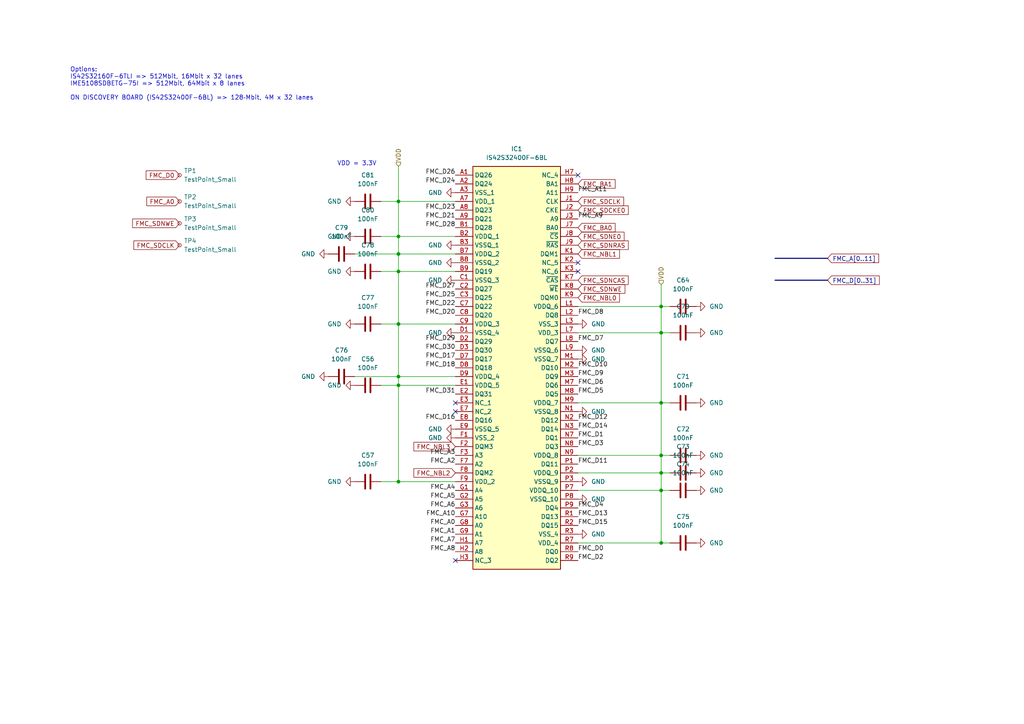
<source format=kicad_sch>
(kicad_sch (version 20230121) (generator eeschema)
  (paper "A4")
  (lib_symbols
    (symbol "Connector:TestPoint_Small" (pin_numbers hide) (pin_names (offset 0.762) hide)
      (property "Reference" "TP" (at 0 3.81 0))
      (property "Value" "TestPoint_Small" (at 0 2.032 0))
      (symbol "TestPoint_Small_0_1"
        (circle (center 0 0) (radius 0.508))
      )
      (symbol "TestPoint_Small_1_1"
        (pin passive line (at 0 0 90) (length 0) (name "1") (number "1"))
      )
    )
    (symbol "Device:C" (pin_numbers hide) (pin_names (offset 0.254))
      (property "Reference" "C" (at 0.635 2.54 0))
      (property "Value" "C" (at 0.635 -2.54 0))
      (symbol "C_0_1"
        (polyline (pts (xy -2.032 -0.762) (xy 2.032 -0.762)) (stroke (width 0.508)))
        (polyline (pts (xy -2.032 0.762) (xy 2.032 0.762)) (stroke (width 0.508)))
      )
      (symbol "C_1_1"
        (pin passive line (at 0 3.81 270) (length 2.794) (name "~") (number "1"))
        (pin passive line (at 0 -3.81 90) (length 2.794) (name "~") (number "2"))
      )
    )
    (symbol "attitude_controller:IS42S32400F-6BL"
      (property "Reference" "IC" (at 31.75 7.62 0))
      (property "Value" "IS42S32400F-6BL" (at 31.75 5.08 0))
      (symbol "IS42S32400F-6BL_1_1"
        (rectangle (start 5.08 2.54) (end 30.48 -114.3) (stroke (width 0.254)) (fill (type background)))
        (pin passive line (at 0 0 0) (length 5.08) (name "DQ26") (number "A1"))
        (pin passive line (at 0 -2.54 0) (length 5.08) (name "DQ24") (number "A2"))
        (pin passive line (at 0 -5.08 0) (length 5.08) (name "VSS_1") (number "A3"))
        (pin passive line (at 0 -7.62 0) (length 5.08) (name "VDD_1") (number "A7"))
        (pin passive line (at 0 -10.16 0) (length 5.08) (name "DQ23") (number "A8"))
        (pin passive line (at 0 -12.7 0) (length 5.08) (name "DQ21") (number "A9"))
        (pin passive line (at 0 -15.24 0) (length 5.08) (name "DQ28") (number "B1"))
        (pin passive line (at 0 -17.78 0) (length 5.08) (name "VDDQ_1") (number "B2"))
        (pin passive line (at 0 -20.32 0) (length 5.08) (name "VSSQ_1") (number "B3"))
        (pin passive line (at 0 -22.86 0) (length 5.08) (name "VDDQ_2") (number "B7"))
        (pin passive line (at 0 -25.4 0) (length 5.08) (name "VSSQ_2") (number "B8"))
        (pin passive line (at 0 -27.94 0) (length 5.08) (name "DQ19") (number "B9"))
        (pin passive line (at 0 -30.48 0) (length 5.08) (name "VSSQ_3") (number "C1"))
        (pin passive line (at 0 -33.02 0) (length 5.08) (name "DQ27") (number "C2"))
        (pin passive line (at 0 -35.56 0) (length 5.08) (name "DQ25") (number "C3"))
        (pin passive line (at 0 -38.1 0) (length 5.08) (name "DQ22") (number "C7"))
        (pin passive line (at 0 -40.64 0) (length 5.08) (name "DQ20") (number "C8"))
        (pin passive line (at 0 -43.18 0) (length 5.08) (name "VDDQ_3") (number "C9"))
        (pin passive line (at 0 -45.72 0) (length 5.08) (name "VSSQ_4") (number "D1"))
        (pin passive line (at 0 -48.26 0) (length 5.08) (name "DQ29") (number "D2"))
        (pin passive line (at 0 -50.8 0) (length 5.08) (name "DQ30") (number "D3"))
        (pin passive line (at 0 -53.34 0) (length 5.08) (name "DQ17") (number "D7"))
        (pin passive line (at 0 -55.88 0) (length 5.08) (name "DQ18") (number "D8"))
        (pin passive line (at 0 -58.42 0) (length 5.08) (name "VDDQ_4") (number "D9"))
        (pin passive line (at 0 -60.96 0) (length 5.08) (name "VDDQ_5") (number "E1"))
        (pin passive line (at 0 -63.5 0) (length 5.08) (name "DQ31") (number "E2"))
        (pin passive line (at 0 -66.04 0) (length 5.08) (name "NC_1") (number "E3"))
        (pin passive line (at 0 -68.58 0) (length 5.08) (name "NC_2") (number "E7"))
        (pin passive line (at 0 -71.12 0) (length 5.08) (name "DQ16") (number "E8"))
        (pin passive line (at 0 -73.66 0) (length 5.08) (name "VSSQ_5") (number "E9"))
        (pin passive line (at 0 -76.2 0) (length 5.08) (name "VSS_2") (number "F1"))
        (pin passive line (at 0 -78.74 0) (length 5.08) (name "DQM3") (number "F2"))
        (pin passive line (at 0 -81.28 0) (length 5.08) (name "A3") (number "F3"))
        (pin passive line (at 0 -83.82 0) (length 5.08) (name "A2") (number "F7"))
        (pin passive line (at 0 -86.36 0) (length 5.08) (name "DQM2") (number "F8"))
        (pin passive line (at 0 -88.9 0) (length 5.08) (name "VDD_2") (number "F9"))
        (pin passive line (at 0 -91.44 0) (length 5.08) (name "A4") (number "G1"))
        (pin passive line (at 0 -93.98 0) (length 5.08) (name "A5") (number "G2"))
        (pin passive line (at 0 -96.52 0) (length 5.08) (name "A6") (number "G3"))
        (pin passive line (at 0 -99.06 0) (length 5.08) (name "A10") (number "G7"))
        (pin passive line (at 0 -101.6 0) (length 5.08) (name "A0") (number "G8"))
        (pin passive line (at 0 -104.14 0) (length 5.08) (name "A1") (number "G9"))
        (pin passive line (at 0 -106.68 0) (length 5.08) (name "A7") (number "H1"))
        (pin passive line (at 0 -109.22 0) (length 5.08) (name "A8") (number "H2"))
        (pin passive line (at 0 -111.76 0) (length 5.08) (name "NC_3") (number "H3"))
        (pin passive line (at 35.56 0 180) (length 5.08) (name "NC_4") (number "H7"))
        (pin passive line (at 35.56 -2.54 180) (length 5.08) (name "BA1") (number "H8"))
        (pin passive line (at 35.56 -5.08 180) (length 5.08) (name "A11") (number "H9"))
        (pin passive line (at 35.56 -7.62 180) (length 5.08) (name "CLK") (number "J1"))
        (pin passive line (at 35.56 -10.16 180) (length 5.08) (name "CKE") (number "J2"))
        (pin passive line (at 35.56 -12.7 180) (length 5.08) (name "A9") (number "J3"))
        (pin passive line (at 35.56 -15.24 180) (length 5.08) (name "BA0") (number "J7"))
        (pin passive line (at 35.56 -17.78 180) (length 5.08) (name "~{CS}") (number "J8"))
        (pin passive line (at 35.56 -20.32 180) (length 5.08) (name "~{RAS}") (number "J9"))
        (pin passive line (at 35.56 -22.86 180) (length 5.08) (name "DQM1") (number "K1"))
        (pin passive line (at 35.56 -25.4 180) (length 5.08) (name "NC_5") (number "K2"))
        (pin passive line (at 35.56 -27.94 180) (length 5.08) (name "NC_6") (number "K3"))
        (pin passive line (at 35.56 -30.48 180) (length 5.08) (name "~{CAS}") (number "K7"))
        (pin passive line (at 35.56 -33.02 180) (length 5.08) (name "~{WE}") (number "K8"))
        (pin passive line (at 35.56 -35.56 180) (length 5.08) (name "DQM0") (number "K9"))
        (pin passive line (at 35.56 -38.1 180) (length 5.08) (name "VDDQ_6") (number "L1"))
        (pin passive line (at 35.56 -40.64 180) (length 5.08) (name "DQ8") (number "L2"))
        (pin passive line (at 35.56 -43.18 180) (length 5.08) (name "VSS_3") (number "L3"))
        (pin passive line (at 35.56 -45.72 180) (length 5.08) (name "VDD_3") (number "L7"))
        (pin passive line (at 35.56 -48.26 180) (length 5.08) (name "DQ7") (number "L8"))
        (pin passive line (at 35.56 -50.8 180) (length 5.08) (name "VSSQ_6") (number "L9"))
        (pin passive line (at 35.56 -53.34 180) (length 5.08) (name "VSSQ_7") (number "M1"))
        (pin passive line (at 35.56 -55.88 180) (length 5.08) (name "DQ10") (number "M2"))
        (pin passive line (at 35.56 -58.42 180) (length 5.08) (name "DQ9") (number "M3"))
        (pin passive line (at 35.56 -60.96 180) (length 5.08) (name "DQ6") (number "M7"))
        (pin passive line (at 35.56 -63.5 180) (length 5.08) (name "DQ5") (number "M8"))
        (pin passive line (at 35.56 -66.04 180) (length 5.08) (name "VDDQ_7") (number "M9"))
        (pin passive line (at 35.56 -68.58 180) (length 5.08) (name "VSSQ_8") (number "N1"))
        (pin passive line (at 35.56 -71.12 180) (length 5.08) (name "DQ12") (number "N2"))
        (pin passive line (at 35.56 -73.66 180) (length 5.08) (name "DQ14") (number "N3"))
        (pin passive line (at 35.56 -76.2 180) (length 5.08) (name "DQ1") (number "N7"))
        (pin passive line (at 35.56 -78.74 180) (length 5.08) (name "DQ3") (number "N8"))
        (pin passive line (at 35.56 -81.28 180) (length 5.08) (name "VDDQ_8") (number "N9"))
        (pin passive line (at 35.56 -83.82 180) (length 5.08) (name "DQ11") (number "P1"))
        (pin passive line (at 35.56 -86.36 180) (length 5.08) (name "VDDQ_9") (number "P2"))
        (pin passive line (at 35.56 -88.9 180) (length 5.08) (name "VSSQ_9") (number "P3"))
        (pin passive line (at 35.56 -91.44 180) (length 5.08) (name "VDDQ_10") (number "P7"))
        (pin passive line (at 35.56 -93.98 180) (length 5.08) (name "VSSQ_10") (number "P8"))
        (pin passive line (at 35.56 -96.52 180) (length 5.08) (name "DQ4") (number "P9"))
        (pin passive line (at 35.56 -99.06 180) (length 5.08) (name "DQ13") (number "R1"))
        (pin passive line (at 35.56 -101.6 180) (length 5.08) (name "DQ15") (number "R2"))
        (pin passive line (at 35.56 -104.14 180) (length 5.08) (name "VSS_4") (number "R3"))
        (pin passive line (at 35.56 -106.68 180) (length 5.08) (name "VDD_4") (number "R7"))
        (pin passive line (at 35.56 -109.22 180) (length 5.08) (name "DQ0") (number "R8"))
        (pin passive line (at 35.56 -111.76 180) (length 5.08) (name "DQ2") (number "R9"))
      )
    )
    (symbol "power:GND" (power) (pin_names (offset 0))
      (property "Value" "GND" (at 0 -3.81 0))
      (symbol "GND_0_1"
        (polyline (pts (xy 0 0) (xy 0 -1.27) (xy 1.27 -1.27) (xy 0 -2.54) (xy -1.27 -1.27) (xy 0 -1.27)))
      )
      (symbol "GND_1_1"
        (pin power_in line (at 0 0 270) (length 0) hide (name "GND") (number "1"))
      )
    )
  )
  (junction (at 115.57 111.76))
  (junction (at 191.77 132.08))
  (junction (at 191.77 96.52))
  (junction (at 191.77 137.16))
  (junction (at 115.57 68.58))
  (junction (at 191.77 116.84))
  (junction (at 191.77 88.9))
  (junction (at 191.77 157.48))
  (junction (at 115.57 139.7))
  (junction (at 115.57 73.66))
  (junction (at 115.57 109.22))
  (junction (at 115.57 58.42))
  (junction (at 191.77 142.24))
  (junction (at 115.57 93.98))
  (junction (at 115.57 78.74))
  (no_connect (at 132.08 119.38))
  (no_connect (at 167.64 78.74))
  (no_connect (at 167.64 50.8))
  (no_connect (at 167.64 76.2))
  (no_connect (at 132.08 116.84))
  (no_connect (at 132.08 162.56))
  (wire (pts (xy 115.57 139.7) (xy 132.08 139.7)))
  (wire (pts (xy 191.77 116.84) (xy 191.77 132.08)))
  (wire (pts (xy 110.49 139.7) (xy 115.57 139.7)))
  (wire (pts (xy 115.57 58.42) (xy 115.57 68.58)))
  (wire (pts (xy 191.77 132.08) (xy 194.31 132.08)))
  (wire (pts (xy 115.57 78.74) (xy 115.57 93.98)))
  (wire (pts (xy 191.77 88.9) (xy 191.77 96.52)))
  (wire (pts (xy 191.77 142.24) (xy 191.77 157.48)))
  (wire (pts (xy 191.77 88.9) (xy 194.31 88.9)))
  (wire (pts (xy 115.57 111.76) (xy 132.08 111.76)))
  (wire (pts (xy 167.64 88.9) (xy 191.77 88.9)))
  (wire (pts (xy 110.49 58.42) (xy 115.57 58.42)))
  (wire (pts (xy 191.77 132.08) (xy 191.77 137.16)))
  (wire (pts (xy 115.57 109.22) (xy 132.08 109.22)))
  (wire (pts (xy 167.64 157.48) (xy 191.77 157.48)))
  (wire (pts (xy 115.57 58.42) (xy 132.08 58.42)))
  (wire (pts (xy 102.87 73.66) (xy 115.57 73.66)))
  (wire (pts (xy 110.49 111.76) (xy 115.57 111.76)))
  (wire (pts (xy 115.57 73.66) (xy 132.08 73.66)))
  (wire (pts (xy 191.77 116.84) (xy 194.31 116.84)))
  (wire (pts (xy 167.64 116.84) (xy 191.77 116.84)))
  (wire (pts (xy 191.77 142.24) (xy 194.31 142.24)))
  (wire (pts (xy 115.57 73.66) (xy 115.57 78.74)))
  (wire (pts (xy 115.57 109.22) (xy 115.57 111.76)))
  (wire (pts (xy 167.64 96.52) (xy 191.77 96.52)))
  (bus (pts (xy 224.79 81.28) (xy 240.03 81.28)))
  (wire (pts (xy 191.77 137.16) (xy 194.31 137.16)))
  (wire (pts (xy 102.87 109.22) (xy 115.57 109.22)))
  (wire (pts (xy 191.77 157.48) (xy 194.31 157.48)))
  (wire (pts (xy 191.77 137.16) (xy 191.77 142.24)))
  (wire (pts (xy 191.77 82.55) (xy 191.77 88.9)))
  (wire (pts (xy 115.57 68.58) (xy 115.57 73.66)))
  (wire (pts (xy 115.57 93.98) (xy 132.08 93.98)))
  (wire (pts (xy 191.77 96.52) (xy 194.31 96.52)))
  (wire (pts (xy 110.49 93.98) (xy 115.57 93.98)))
  (wire (pts (xy 115.57 78.74) (xy 132.08 78.74)))
  (wire (pts (xy 110.49 68.58) (xy 115.57 68.58)))
  (wire (pts (xy 110.49 78.74) (xy 115.57 78.74)))
  (wire (pts (xy 115.57 111.76) (xy 115.57 139.7)))
  (wire (pts (xy 167.64 132.08) (xy 191.77 132.08)))
  (wire (pts (xy 167.64 137.16) (xy 191.77 137.16)))
  (wire (pts (xy 115.57 68.58) (xy 132.08 68.58)))
  (wire (pts (xy 115.57 93.98) (xy 115.57 109.22)))
  (wire (pts (xy 115.57 48.26) (xy 115.57 58.42)))
  (wire (pts (xy 191.77 96.52) (xy 191.77 116.84)))
  (bus (pts (xy 224.79 74.93) (xy 240.03 74.93)))
  (wire (pts (xy 167.64 142.24) (xy 191.77 142.24)))
  (text "Options:\nIS42S32160F-6TLI => 512Mbit, 16Mbit x 32 lanes\nIME5108SDBETG-75I => 512Mbit, 64Mbit x 8 lanes\n\nON DISCOVERY BOARD (IS42S32400F-6BL) => 128‑Mbit, 4M x 32 lanes" (at 20.32 29.21 0) (effects (font (size 1.27 1.27)) (justify left bottom)))
  (text "VDD = 3.3V" (at 97.79 48.26 0) (effects (font (size 1.27 1.27)) (justify left bottom)))
  (label "FMC_D29" (at 132.08 99.06 180))
  (label "FMC_D16" (at 132.08 121.92 180))
  (label "FMC_A7" (at 132.08 157.48 180))
  (label "FMC_A4" (at 132.08 142.24 180))
  (label "FMC_D0" (at 167.64 160.02 0))
  (label "FMC_A10" (at 132.08 149.86 180))
  (label "FMC_D23" (at 132.08 60.96 180))
  (label "FMC_A9" (at 167.64 63.5 0))
  (label "FMC_D17" (at 132.08 104.14 180))
  (label "FMC_A3" (at 132.08 132.08 180))
  (label "FMC_D20" (at 132.08 91.44 180))
  (label "FMC_D30" (at 132.08 101.6 180))
  (label "FMC_D25" (at 132.08 86.36 180))
  (label "FMC_D26" (at 132.08 50.8 180))
  (label "FMC_A11" (at 167.64 55.88 0))
  (label "FMC_D22" (at 132.08 88.9 180))
  (label "FMC_D1" (at 167.64 127 0))
  (label "FMC_A1" (at 132.08 154.94 180))
  (label "FMC_D2" (at 167.64 162.56 0))
  (label "FMC_D13" (at 167.64 149.86 0))
  (label "FMC_A8" (at 132.08 160.02 180))
  (label "FMC_D18" (at 132.08 106.68 180))
  (label "FMC_D12" (at 167.64 121.92 0))
  (label "FMC_D8" (at 167.64 91.44 0))
  (label "FMC_D27" (at 132.08 83.82 180))
  (label "FMC_D28" (at 132.08 66.04 180))
  (label "FMC_D15" (at 167.64 152.4 0))
  (label "FMC_D4" (at 167.64 147.32 0))
  (label "FMC_A6" (at 132.08 147.32 180))
  (label "FMC_D9" (at 167.64 109.22 0))
  (label "FMC_D5" (at 167.64 114.3 0))
  (label "FMC_D3" (at 167.64 129.54 0))
  (label "FMC_D14" (at 167.64 124.46 0))
  (label "FMC_A5" (at 132.08 144.78 180))
  (label "FMC_D7" (at 167.64 99.06 0))
  (label "FMC_D10" (at 167.64 106.68 0))
  (label "FMC_D11" (at 167.64 134.62 0))
  (label "FMC_D6" (at 167.64 111.76 0))
  (label "FMC_D21" (at 132.08 63.5 180))
  (label "FMC_D31" (at 132.08 114.3 180))
  (label "FMC_A2" (at 132.08 134.62 180))
  (label "FMC_A0" (at 132.08 152.4 180))
  (label "FMC_D24" (at 132.08 53.34 180))
  (global_label "FMC_NBL2" (shape input) (at 132.08 137.16 180) (property "Intersheetrefs" "${INTERSHEET_REFS}" (effects hide)))
  (global_label "FMC_SDNRAS" (shape input) (at 167.64 71.12 0) (property "Intersheetrefs" "${INTERSHEET_REFS}" (effects hide)))
  (global_label "FMC_A0" (shape input) (at 52.07 58.42 180) (property "Intersheetrefs" "${INTERSHEET_REFS}" (effects hide)))
  (global_label "FMC_D0" (shape input) (at 52.07 50.8 180) (property "Intersheetrefs" "${INTERSHEET_REFS}" (effects hide)))
  (global_label "FMC_NBL0" (shape input) (at 167.64 86.36 0) (property "Intersheetrefs" "${INTERSHEET_REFS}" (effects hide)))
  (global_label "FMC_A[0..11]" (shape input) (at 240.03 74.93 0) (property "Intersheetrefs" "${INTERSHEET_REFS}" (effects hide)))
  (global_label "FMC_SDNE0" (shape input) (at 167.64 68.58 0) (property "Intersheetrefs" "${INTERSHEET_REFS}" (effects hide)))
  (global_label "FMC_D[0..31]" (shape input) (at 240.03 81.28 0) (property "Intersheetrefs" "${INTERSHEET_REFS}" (effects hide)))
  (global_label "FMC_NBL3" (shape input) (at 132.08 129.54 180) (property "Intersheetrefs" "${INTERSHEET_REFS}" (effects hide)))
  (global_label "FMC_SDNWE" (shape input) (at 167.64 83.82 0) (property "Intersheetrefs" "${INTERSHEET_REFS}" (effects hide)))
  (global_label "FMC_SDCLK" (shape input) (at 52.07 71.12 180) (property "Intersheetrefs" "${INTERSHEET_REFS}" (effects hide)))
  (global_label "FMC_SDCLK" (shape input) (at 167.64 58.42 0) (property "Intersheetrefs" "${INTERSHEET_REFS}" (effects hide)))
  (global_label "FMC_BA1" (shape input) (at 167.64 53.34 0) (property "Intersheetrefs" "${INTERSHEET_REFS}" (effects hide)))
  (global_label "FMC_BA0" (shape input) (at 167.64 66.04 0) (property "Intersheetrefs" "${INTERSHEET_REFS}" (effects hide)))
  (global_label "FMC_SDCKE0" (shape input) (at 167.64 60.96 0) (property "Intersheetrefs" "${INTERSHEET_REFS}" (effects hide)))
  (global_label "FMC_SDNCAS" (shape input) (at 167.64 81.28 0) (property "Intersheetrefs" "${INTERSHEET_REFS}" (effects hide)))
  (global_label "FMC_SDNWE" (shape input) (at 52.07 64.77 180) (property "Intersheetrefs" "${INTERSHEET_REFS}" (effects hide)))
  (global_label "FMC_NBL1" (shape input) (at 167.64 73.66 0) (property "Intersheetrefs" "${INTERSHEET_REFS}" (effects hide)))
  (hierarchical_label "VDD" (shape input) (at 115.57 48.26 90))
  (hierarchical_label "VDD" (shape input) (at 191.77 82.55 90))
  (symbol (lib_id "power:GND") (at 167.64 154.94 90) (unit 1)
    (property "Reference" "#PWR022" (effects hide))
    (property "Value" "GND" (at 171.45 154.94 90) (effects (justify right)))
  )
  (symbol (lib_id "power:GND") (at 132.08 55.88 270) (unit 1)
    (property "Reference" "#PWR029" (effects hide))
    (property "Value" "GND" (at 128.27 55.88 90) (effects (justify right)))
  )
  (symbol (lib_id "Device:C") (at 106.68 78.74 270) (unit 1)
    (property "Reference" "C78" (at 106.68 71.12 90))
    (property "Value" "100nF" (at 106.68 73.66 90))
  )
  (symbol (lib_id "power:GND") (at 102.87 58.42 270) (unit 1)
    (property "Reference" "#PWR043" (effects hide))
    (property "Value" "GND" (at 99.06 58.42 90) (effects (justify right)))
  )
  (symbol (lib_id "Connector:TestPoint_Small") (at 52.07 58.42 0) (unit 1)
    (property "Reference" "TP2" (at 53.34 57.15 0) (effects (justify left)))
    (property "Value" "TestPoint_Small" (at 53.34 59.69 0) (effects (justify left)))
  )
  (symbol (lib_id "Device:C") (at 99.06 109.22 270) (unit 1)
    (property "Reference" "C76" (at 99.06 101.6 90))
    (property "Value" "100nF" (at 99.06 104.14 90))
  )
  (symbol (lib_id "power:GND") (at 201.93 88.9 90) (unit 1)
    (property "Reference" "#PWR036" (effects hide))
    (property "Value" "GND" (at 205.74 88.9 90) (effects (justify right)))
  )
  (symbol (lib_id "power:GND") (at 132.08 124.46 270) (unit 1)
    (property "Reference" "#PWR034" (effects hide))
    (property "Value" "GND" (at 128.27 124.46 90) (effects (justify right)))
  )
  (symbol (lib_id "Device:C") (at 106.68 139.7 90) (unit 1)
    (property "Reference" "C57" (at 106.68 132.08 90))
    (property "Value" "100nF" (at 106.68 134.62 90))
  )
  (symbol (lib_id "power:GND") (at 132.08 76.2 270) (unit 1)
    (property "Reference" "#PWR031" (effects hide))
    (property "Value" "GND" (at 128.27 76.2 90) (effects (justify right)))
  )
  (symbol (lib_id "Connector:TestPoint_Small") (at 52.07 64.77 0) (unit 1)
    (property "Reference" "TP3" (at 53.34 63.5 0) (effects (justify left)))
    (property "Value" "TestPoint_Small" (at 53.34 66.04 0) (effects (justify left)))
  )
  (symbol (lib_id "Device:C") (at 198.12 142.24 270) (unit 1)
    (property "Reference" "C74" (at 198.12 134.62 90))
    (property "Value" "100nF" (at 198.12 137.16 90))
  )
  (symbol (lib_id "power:GND") (at 95.25 73.66 270) (unit 1)
    (property "Reference" "#PWR045" (effects hide))
    (property "Value" "GND" (at 91.44 73.66 90) (effects (justify right)))
  )
  (symbol (lib_id "Device:C") (at 198.12 96.52 270) (unit 1)
    (property "Reference" "C70" (at 198.12 88.9 90))
    (property "Value" "100nF" (at 198.12 91.44 90))
  )
  (symbol (lib_id "power:GND") (at 102.87 93.98 270) (unit 1)
    (property "Reference" "#PWR047" (effects hide))
    (property "Value" "GND" (at 99.06 93.98 90) (effects (justify right)))
  )
  (symbol (lib_id "power:GND") (at 132.08 127 270) (unit 1)
    (property "Reference" "#PWR035" (effects hide))
    (property "Value" "GND" (at 128.27 127 90) (effects (justify right)))
  )
  (symbol (lib_id "Device:C") (at 99.06 73.66 270) (unit 1)
    (property "Reference" "C79" (at 99.06 66.04 90))
    (property "Value" "100nF" (at 99.06 68.58 90))
  )
  (symbol (lib_id "power:GND") (at 167.64 104.14 90) (unit 1)
    (property "Reference" "#PWR026" (effects hide))
    (property "Value" "GND" (at 171.45 104.14 90) (effects (justify right)))
  )
  (symbol (lib_id "power:GND") (at 102.87 111.76 270) (unit 1)
    (property "Reference" "#PWR049" (effects hide))
    (property "Value" "GND" (at 99.06 111.76 90) (effects (justify right)))
  )
  (symbol (lib_id "power:GND") (at 167.64 139.7 90) (unit 1)
    (property "Reference" "#PWR024" (effects hide))
    (property "Value" "GND" (at 171.45 139.7 90) (effects (justify right)))
  )
  (symbol (lib_id "attitude_controller:IS42S32400F-6BL") (at 132.08 50.8 0) (unit 1)
    (property "Reference" "IC1" (at 149.86 43.18 0))
    (property "Value" "IS42S32400F-6BL" (at 149.86 45.72 0))
    (property "Footprint" "BGA90C80P9X15_800X1300X120" (effects hide))
    (property "Datasheet" "http://www.issi.com/WW/pdf/42-45S32400F.pdf" (effects hide))
    (property "Height" "1.2" (effects hide))
    (property "Mouser Part Number" "870-IS42S32400F-6BL" (effects hide))
    (property "Mouser Price/Stock" "https://www.mouser.co.uk/ProductDetail/ISSI/IS42S32400F-6BL?qs=DfG0HhEx1UWfq%252Bwin1tIew%3D%3D" (effects hide))
    (property "Manufacturer_Name" "Integrated Silicon Solution Inc." (effects hide))
    (property "Manufacturer_Part_Number" "IS42S32400F-6BL" (effects hide))
  )
  (symbol (lib_id "power:GND") (at 167.64 119.38 90) (unit 1)
    (property "Reference" "#PWR025" (effects hide))
    (property "Value" "GND" (at 171.45 119.38 90) (effects (justify right)))
  )
  (symbol (lib_id "power:GND") (at 167.64 93.98 90) (unit 1)
    (property "Reference" "#PWR028" (effects hide))
    (property "Value" "GND" (at 171.45 93.98 90) (effects (justify right)))
  )
  (symbol (lib_id "power:GND") (at 201.93 137.16 90) (unit 1)
    (property "Reference" "#PWR040" (effects hide))
    (property "Value" "GND" (at 205.74 137.16 90) (effects (justify right)))
  )
  (symbol (lib_id "Device:C") (at 198.12 132.08 270) (unit 1)
    (property "Reference" "C72" (at 198.12 124.46 90))
    (property "Value" "100nF" (at 198.12 127 90))
  )
  (symbol (lib_id "Connector:TestPoint_Small") (at 52.07 50.8 0) (unit 1)
    (property "Reference" "TP1" (at 53.34 49.53 0) (effects (justify left)))
    (property "Value" "TestPoint_Small" (at 53.34 52.07 0) (effects (justify left)))
  )
  (symbol (lib_id "Device:C") (at 106.68 68.58 270) (unit 1)
    (property "Reference" "C80" (at 106.68 60.96 90))
    (property "Value" "100nF" (at 106.68 63.5 90))
  )
  (symbol (lib_id "power:GND") (at 102.87 78.74 270) (unit 1)
    (property "Reference" "#PWR046" (effects hide))
    (property "Value" "GND" (at 99.06 78.74 90) (effects (justify right)))
  )
  (symbol (lib_id "Device:C") (at 106.68 58.42 270) (unit 1)
    (property "Reference" "C81" (at 106.68 50.8 90))
    (property "Value" "100nF" (at 106.68 53.34 90))
  )
  (symbol (lib_id "power:GND") (at 201.93 96.52 90) (unit 1)
    (property "Reference" "#PWR037" (effects hide))
    (property "Value" "GND" (at 205.74 96.52 90) (effects (justify right)))
  )
  (symbol (lib_id "Connector:TestPoint_Small") (at 52.07 71.12 0) (unit 1)
    (property "Reference" "TP4" (at 53.34 69.85 0) (effects (justify left)))
    (property "Value" "TestPoint_Small" (at 53.34 72.39 0) (effects (justify left)))
    (instances (project "AttitudeMotorController" (path "" (reference "TP4") (unit 1)) (path "" (reference "TP6") (unit 1))))
  )
  (symbol (lib_id "power:GND") (at 167.64 101.6 90) (unit 1)
    (property "Reference" "#PWR027" (effects hide))
    (property "Value" "GND" (at 171.45 101.6 90) (effects (justify right)))
  )
  (symbol (lib_id "Device:C") (at 198.12 157.48 270) (unit 1)
    (property "Reference" "C75" (at 198.12 149.86 90))
    (property "Value" "100nF" (at 198.12 152.4 90))
  )
  (symbol (lib_id "power:GND") (at 167.64 144.78 90) (unit 1)
    (property "Reference" "#PWR023" (effects hide))
    (property "Value" "GND" (at 171.45 144.78 90) (effects (justify right)))
  )
  (symbol (lib_id "power:GND") (at 95.25 109.22 270) (unit 1)
    (property "Reference" "#PWR048" (effects hide))
    (property "Value" "GND" (at 91.44 109.22 90) (effects (justify right)))
  )
  (symbol (lib_id "Device:C") (at 106.68 93.98 270) (unit 1)
    (property "Reference" "C77" (at 106.68 86.36 90))
    (property "Value" "100nF" (at 106.68 88.9 90))
  )
  (symbol (lib_id "power:GND") (at 201.93 157.48 90) (unit 1)
    (property "Reference" "#PWR042" (effects hide))
    (property "Value" "GND" (at 205.74 157.48 90) (effects (justify right)))
  )
  (symbol (lib_id "Device:C") (at 198.12 88.9 270) (unit 1)
    (property "Reference" "C64" (at 198.12 81.28 90))
    (property "Value" "100nF" (at 198.12 83.82 90))
  )
  (symbol (lib_id "power:GND") (at 132.08 71.12 270) (unit 1)
    (property "Reference" "#PWR030" (effects hide))
    (property "Value" "GND" (at 128.27 71.12 90) (effects (justify right)))
  )
  (symbol (lib_id "Device:C") (at 198.12 137.16 270) (unit 1)
    (property "Reference" "C73" (at 198.12 129.54 90))
    (property "Value" "100nF" (at 198.12 132.08 90))
  )
  (symbol (lib_id "power:GND") (at 201.93 132.08 90) (unit 1)
    (property "Reference" "#PWR039" (effects hide))
    (property "Value" "GND" (at 205.74 132.08 90) (effects (justify right)))
  )
  (symbol (lib_id "Device:C") (at 198.12 116.84 270) (unit 1)
    (property "Reference" "C71" (at 198.12 109.22 90))
    (property "Value" "100nF" (at 198.12 111.76 90))
  )
  (symbol (lib_id "power:GND") (at 132.08 81.28 270) (unit 1)
    (property "Reference" "#PWR032" (effects hide))
    (property "Value" "GND" (at 128.27 81.28 90) (effects (justify right)))
  )
  (symbol (lib_id "power:GND") (at 201.93 116.84 90) (unit 1)
    (property "Reference" "#PWR038" (effects hide))
    (property "Value" "GND" (at 205.74 116.84 90) (effects (justify right)))
  )
  (symbol (lib_id "power:GND") (at 132.08 96.52 270) (unit 1)
    (property "Reference" "#PWR033" (effects hide))
    (property "Value" "GND" (at 128.27 96.52 90) (effects (justify right)))
  )
  (symbol (lib_id "power:GND") (at 201.93 142.24 90) (unit 1)
    (property "Reference" "#PWR041" (effects hide))
    (property "Value" "GND" (at 205.74 142.24 90) (effects (justify right)))
  )
  (symbol (lib_id "power:GND") (at 102.87 139.7 270) (unit 1)
    (property "Reference" "#PWR050" (effects hide))
    (property "Value" "GND" (at 99.06 139.7 90) (effects (justify right)))
  )
  (symbol (lib_id "power:GND") (at 102.87 68.58 270) (unit 1)
    (property "Reference" "#PWR044" (effects hide))
    (property "Value" "GND" (at 99.06 68.58 90) (effects (justify right)))
  )
  (symbol (lib_id "Device:C") (at 106.68 111.76 270) (unit 1)
    (property "Reference" "C56" (at 106.68 104.14 90))
    (property "Value" "100nF" (at 106.68 106.68 90))
  )
)
</source>
